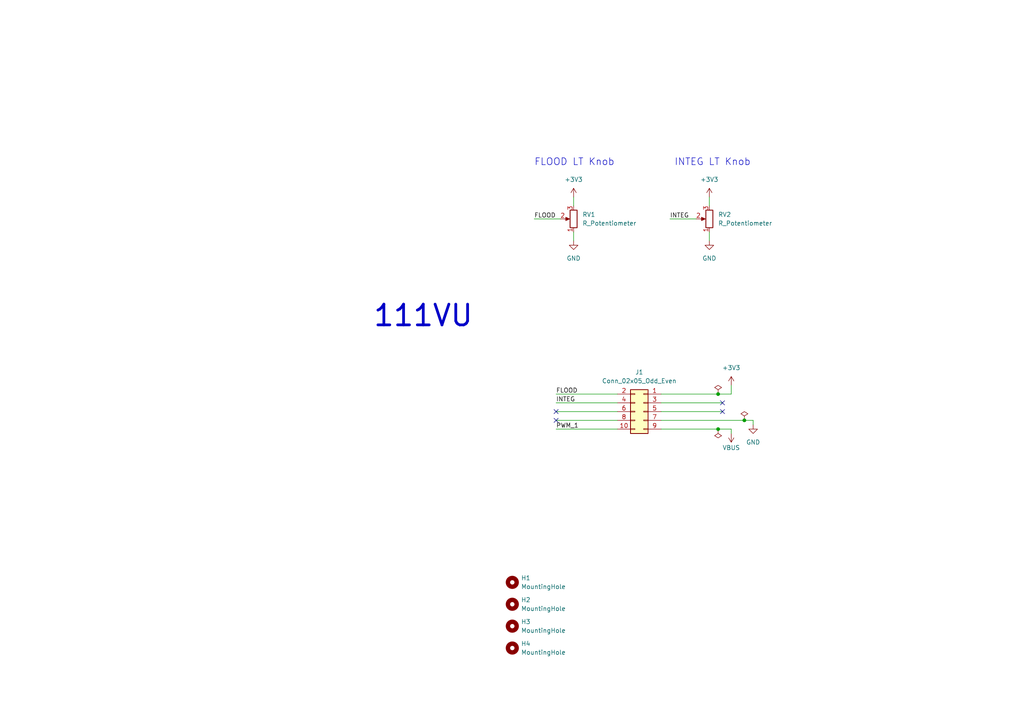
<source format=kicad_sch>
(kicad_sch (version 20231120) (generator "eeschema") (generator_version "8.0")
  (paper "A4")
  (title_block (title "111VU") (date "2024-01-15") (rev "0.1"))
  (lib_symbols
    (symbol "Connector_Generic:Conn_02x05_Odd_Even" (pin_names (offset 1.016) hide)
      (property "Reference" "J" (at 1.27 7.62 0))
      (property "Value" "Conn_02x05_Odd_Even" (at 1.27 -7.62 0))
      (symbol "Conn_02x05_Odd_Even_1_1"
        (rectangle (start -1.27 -4.953) (end 0 -5.207) (stroke (width 0.1524)))
        (rectangle (start -1.27 -2.413) (end 0 -2.667) (stroke (width 0.1524)))
        (rectangle (start -1.27 0.127) (end 0 -0.127) (stroke (width 0.1524)))
        (rectangle (start -1.27 2.667) (end 0 2.413) (stroke (width 0.1524)))
        (rectangle (start -1.27 5.207) (end 0 4.953) (stroke (width 0.1524)))
        (rectangle (start -1.27 6.35) (end 3.81 -6.35) (stroke (width 0.254)) (fill (type background)))
        (rectangle (start 3.81 -4.953) (end 2.54 -5.207) (stroke (width 0.1524)))
        (rectangle (start 3.81 -2.413) (end 2.54 -2.667) (stroke (width 0.1524)))
        (rectangle (start 3.81 0.127) (end 2.54 -0.127) (stroke (width 0.1524)))
        (rectangle (start 3.81 2.667) (end 2.54 2.413) (stroke (width 0.1524)))
        (rectangle (start 3.81 5.207) (end 2.54 4.953) (stroke (width 0.1524)))
        (pin passive line (at -5.08 5.08 0) (length 3.81) (name "Pin_1") (number "1"))
        (pin passive line (at 7.62 -5.08 180) (length 3.81) (name "Pin_10") (number "10"))
        (pin passive line (at 7.62 5.08 180) (length 3.81) (name "Pin_2") (number "2"))
        (pin passive line (at -5.08 2.54 0) (length 3.81) (name "Pin_3") (number "3"))
        (pin passive line (at 7.62 2.54 180) (length 3.81) (name "Pin_4") (number "4"))
        (pin passive line (at -5.08 0 0) (length 3.81) (name "Pin_5") (number "5"))
        (pin passive line (at 7.62 0 180) (length 3.81) (name "Pin_6") (number "6"))
        (pin passive line (at -5.08 -2.54 0) (length 3.81) (name "Pin_7") (number "7"))
        (pin passive line (at 7.62 -2.54 180) (length 3.81) (name "Pin_8") (number "8"))
        (pin passive line (at -5.08 -5.08 0) (length 3.81) (name "Pin_9") (number "9"))
      )
    )
    (symbol "Device:R_Potentiometer" (pin_names (offset 1.016) hide)
      (property "Reference" "RV" (at -4.445 0 90))
      (property "Value" "R_Potentiometer" (at -2.54 0 90))
      (symbol "R_Potentiometer_0_1"
        (polyline (pts (xy 2.54 0) (xy 1.524 0)))
        (polyline (pts (xy 1.143 0) (xy 2.286 0.508) (xy 2.286 -0.508) (xy 1.143 0)) (fill (type outline)))
        (rectangle (start 1.016 2.54) (end -1.016 -2.54) (stroke (width 0.254)))
      )
      (symbol "R_Potentiometer_1_1"
        (pin passive line (at 0 3.81 270) (length 1.27) (name "1") (number "1"))
        (pin passive line (at 3.81 0 180) (length 1.27) (name "2") (number "2"))
        (pin passive line (at 0 -3.81 90) (length 1.27) (name "3") (number "3"))
      )
    )
    (symbol "Mechanical:MountingHole" (pin_names (offset 1.016))
      (property "Reference" "H" (at 0 5.08 0))
      (property "Value" "MountingHole" (at 0 3.175 0))
      (symbol "MountingHole_0_1"
        (circle (center 0 0) (radius 1.27) (stroke (width 1.27)))
      )
    )
    (symbol "power:+3V3" (power) (pin_names (offset 0))
      (property "Value" "+3V3" (at 0 3.556 0))
      (symbol "+3V3_0_1"
        (polyline (pts (xy -0.762 1.27) (xy 0 2.54)))
        (polyline (pts (xy 0 0) (xy 0 2.54)))
        (polyline (pts (xy 0 2.54) (xy 0.762 1.27)))
      )
      (symbol "+3V3_1_1"
        (pin power_in line (at 0 0 90) (length 0) hide (name "+3V3") (number "1"))
      )
    )
    (symbol "power:GND" (power) (pin_names (offset 0))
      (property "Value" "GND" (at 0 -3.81 0))
      (symbol "GND_0_1"
        (polyline (pts (xy 0 0) (xy 0 -1.27) (xy 1.27 -1.27) (xy 0 -2.54) (xy -1.27 -1.27) (xy 0 -1.27)))
      )
      (symbol "GND_1_1"
        (pin power_in line (at 0 0 270) (length 0) hide (name "GND") (number "1"))
      )
    )
    (symbol "power:PWR_FLAG" (power) (pin_numbers hide) (pin_names (offset 0) hide)
      (property "Value" "PWR_FLAG" (at 0 3.81 0))
      (symbol "PWR_FLAG_0_0"
        (pin power_out line (at 0 0 90) (length 0) (name "pwr") (number "1"))
      )
      (symbol "PWR_FLAG_0_1"
        (polyline (pts (xy 0 0) (xy 0 1.27) (xy -1.016 1.905) (xy 0 2.54) (xy 1.016 1.905) (xy 0 1.27)))
      )
    )
    (symbol "power:VBUS" (power) (pin_names (offset 0))
      (property "Value" "VBUS" (at 0 3.81 0))
      (symbol "VBUS_0_1"
        (polyline (pts (xy -0.762 1.27) (xy 0 2.54)))
        (polyline (pts (xy 0 0) (xy 0 2.54)))
        (polyline (pts (xy 0 2.54) (xy 0.762 1.27)))
      )
      (symbol "VBUS_1_1"
        (pin power_in line (at 0 0 90) (length 0) hide (name "VBUS") (number "1"))
      )
    )
  )
  (junction (at 215.9 121.92))
  (junction (at 208.28 114.3))
  (junction (at 208.28 124.46))
  (no_connect (at 209.55 116.84))
  (no_connect (at 209.55 119.38))
  (no_connect (at 161.29 119.38))
  (no_connect (at 161.29 121.92))
  (wire (pts (xy 205.74 67.31) (xy 205.74 69.85)))
  (wire (pts (xy 191.77 116.84) (xy 209.55 116.84)))
  (wire (pts (xy 161.29 124.46) (xy 179.07 124.46)))
  (wire (pts (xy 191.77 119.38) (xy 209.55 119.38)))
  (wire (pts (xy 205.74 57.15) (xy 205.74 59.69)))
  (wire (pts (xy 194.31 63.5) (xy 201.93 63.5)))
  (wire (pts (xy 161.29 119.38) (xy 179.07 119.38)))
  (wire (pts (xy 191.77 121.92) (xy 215.9 121.92)))
  (wire (pts (xy 161.29 116.84) (xy 179.07 116.84)))
  (wire (pts (xy 212.09 124.46) (xy 212.09 125.73)))
  (wire (pts (xy 161.29 114.3) (xy 179.07 114.3)))
  (wire (pts (xy 208.28 114.3) (xy 212.09 114.3)))
  (wire (pts (xy 218.44 121.92) (xy 218.44 123.19)))
  (wire (pts (xy 166.37 57.15) (xy 166.37 59.69)))
  (wire (pts (xy 212.09 111.76) (xy 212.09 114.3)))
  (wire (pts (xy 191.77 124.46) (xy 208.28 124.46)))
  (wire (pts (xy 166.37 67.31) (xy 166.37 69.85)))
  (wire (pts (xy 161.29 121.92) (xy 179.07 121.92)))
  (wire (pts (xy 191.77 114.3) (xy 208.28 114.3)))
  (wire (pts (xy 154.94 63.5) (xy 162.56 63.5)))
  (wire (pts (xy 215.9 121.92) (xy 218.44 121.92)))
  (wire (pts (xy 208.28 124.46) (xy 212.09 124.46)))
  (text "FLOOD LT Knob" (at 154.94 48.26 0) (effects (font (size 2 2)) (justify left bottom)))
  (text "INTEG LT Knob" (at 195.58 48.26 0) (effects (font (size 2 2)) (justify left bottom)))
  (text "111VU" (at 107.95 95.25 0) (effects (font (size 6 6) (thickness 0.8) (bold yes)) (justify left bottom)))
  (label "FLOOD" (at 154.94 63.5 0))
  (label "FLOOD" (at 161.29 114.3 0))
  (label "INTEG" (at 194.31 63.5 0))
  (label "PWM_1" (at 161.29 124.46 0))
  (label "INTEG" (at 161.29 116.84 0))
  (symbol (lib_id "power:VBUS") (at 212.09 125.73 180) (unit 1)
    (property "Reference" "#PWR08" (effects (hide yes)))
    (property "Value" "VBUS" (at 212.09 129.8631 0))
  )
  (symbol (lib_id "Device:R_Potentiometer") (at 205.74 63.5 180) (unit 1)
    (property "Reference" "RV2" (at 208.28 62.23 0) (effects (justify right)))
    (property "Value" "R_Potentiometer" (at 208.28 64.77 0) (effects (justify right)))
    (property "Footprint" "NiasStuff:Potentiometer_Alps_RK09L_Double_Vertical" (effects (hide yes)))
    (property "Datasheet" "https://datasheet.lcsc.com/lcsc/1912111437_ALPSALPINE-RK09L1240A12_C380211.pdf" (effects (hide yes)))
    (property "Manufracturer" "ALPSALPINE" (effects (hide yes)))
    (property "Manufracturer Part Number" "RK09L1240A12" (effects (hide yes)))
    (property "JLCPCB Part" "C380211" (effects (hide yes)))
  )
  (symbol (lib_id "power:+3V3") (at 166.37 57.15 0) (unit 1)
    (property "Reference" "#PWR02" (effects (hide yes)))
    (property "Value" "+3V3" (at 166.37 52.07 0))
  )
  (symbol (lib_id "Device:R_Potentiometer") (at 166.37 63.5 180) (unit 1)
    (property "Reference" "RV1" (at 168.91 62.23 0) (effects (justify right)))
    (property "Value" "R_Potentiometer" (at 168.91 64.77 0) (effects (justify right)))
    (property "Footprint" "NiasStuff:Potentiometer_Alps_RK09L_Double_Vertical" (effects (hide yes)))
    (property "Datasheet" "https://datasheet.lcsc.com/lcsc/1912111437_ALPSALPINE-RK09L1240A12_C380211.pdf" (effects (hide yes)))
    (property "Manufracturer" "ALPSALPINE" (effects (hide yes)))
    (property "Manufracturer Part Number" "RK09L1240A12" (effects (hide yes)))
    (property "JLCPCB Part" "C380211" (effects (hide yes)))
  )
  (symbol (lib_id "power:GND") (at 166.37 69.85 0) (unit 1)
    (property "Reference" "#PWR03" (effects (hide yes)))
    (property "Value" "GND" (at 166.37 74.93 0))
  )
  (symbol (lib_id "Connector_Generic:Conn_02x05_Odd_Even") (at 186.69 119.38 0) (mirror y) (unit 1)
    (property "Reference" "J1" (at 185.42 107.95 0))
    (property "Value" "Conn_02x05_Odd_Even" (at 185.42 110.49 0))
    (property "Footprint" "Connector_IDC:IDC-Header_2x05_P2.54mm_Vertical" (effects (hide yes)))
    (property "Datasheet" "https://www.lcsc.com/datasheet/lcsc_datasheet_1810281612_BOOMELE-Boom-Precision-Elec-2-54-2-5P_C5665.pdf" (effects (hide yes)))
    (property "JLCPCB Part" "C5665" (effects (hide yes)))
    (property "Manufracturer" "BOOMELE(Boom Precision Elec)" (effects (hide yes)))
    (property "Manufracturer Part Number" "2.54-2*5P" (effects (hide yes)))
  )
  (symbol (lib_id "power:GND") (at 205.74 69.85 0) (unit 1)
    (property "Reference" "#PWR05" (effects (hide yes)))
    (property "Value" "GND" (at 205.74 74.93 0))
  )
  (symbol (lib_id "power:+3V3") (at 212.09 111.76 0) (unit 1)
    (property "Reference" "#PWR07" (effects (hide yes)))
    (property "Value" "+3V3" (at 212.09 106.68 0))
  )
  (symbol (lib_id "Mechanical:MountingHole") (at 148.59 168.91 0) (unit 1) (in_bom no)
    (property "Reference" "H1" (at 151.13 167.64 0) (effects (justify left)))
    (property "Value" "MountingHole" (at 151.13 170.18 0) (effects (justify left)))
    (property "Footprint" "MountingHole:MountingHole_2.2mm_M2" (effects (hide yes)))
  )
  (symbol (lib_id "Mechanical:MountingHole") (at 148.59 187.96 0) (unit 1) (in_bom no)
    (property "Reference" "H4" (at 151.13 186.69 0) (effects (justify left)))
    (property "Value" "MountingHole" (at 151.13 189.23 0) (effects (justify left)))
    (property "Footprint" "MountingHole:MountingHole_2.2mm_M2" (effects (hide yes)))
  )
  (symbol (lib_id "power:+3V3") (at 205.74 57.15 0) (unit 1)
    (property "Reference" "#PWR04" (effects (hide yes)))
    (property "Value" "+3V3" (at 205.74 52.07 0))
  )
  (symbol (lib_id "Mechanical:MountingHole") (at 148.59 175.26 0) (unit 1) (in_bom no)
    (property "Reference" "H2" (at 151.13 173.99 0) (effects (justify left)))
    (property "Value" "MountingHole" (at 151.13 176.53 0) (effects (justify left)))
    (property "Footprint" "MountingHole:MountingHole_2.2mm_M2" (effects (hide yes)))
  )
  (symbol (lib_id "power:PWR_FLAG") (at 215.9 121.92 0) (unit 1)
    (property "Reference" "#FLG03" (effects (hide yes)))
    (property "Value" "PWR_FLAG" (effects (hide yes)))
  )
  (symbol (lib_id "Mechanical:MountingHole") (at 148.59 181.61 0) (unit 1) (in_bom no)
    (property "Reference" "H3" (at 151.13 180.34 0) (effects (justify left)))
    (property "Value" "MountingHole" (at 151.13 182.88 0) (effects (justify left)))
    (property "Footprint" "MountingHole:MountingHole_2.2mm_M2" (effects (hide yes)))
  )
  (symbol (lib_id "power:PWR_FLAG") (at 208.28 124.46 180) (unit 1)
    (property "Reference" "#FLG02" (effects (hide yes)))
    (property "Value" "PWR_FLAG" (effects (hide yes)))
  )
  (symbol (lib_id "power:GND") (at 218.44 123.19 0) (unit 1)
    (property "Reference" "#PWR09" (effects (hide yes)))
    (property "Value" "GND" (at 218.44 128.27 0))
  )
  (symbol (lib_id "power:PWR_FLAG") (at 208.28 114.3 0) (unit 1)
    (property "Reference" "#FLG01" (effects (hide yes)))
    (property "Value" "PWR_FLAG" (effects (hide yes)))
  )
)
</source>
